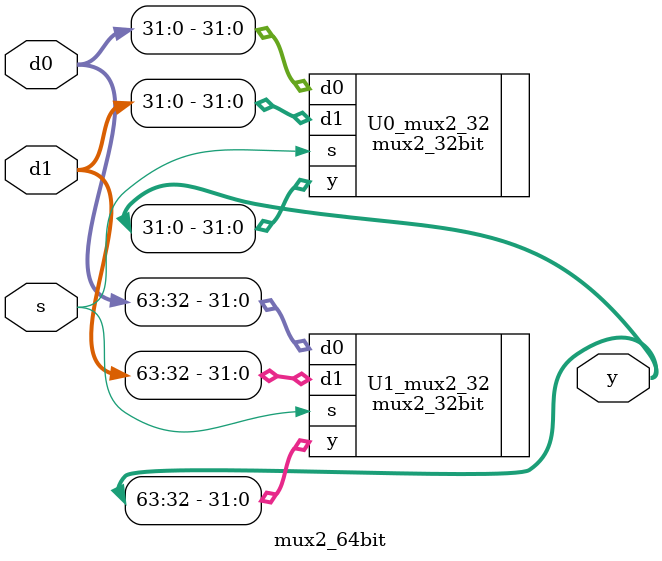
<source format=v>
module mux2_64bit(d0, d1, s, y);
	input [63:0] d0, d1;
	input s;
	output [63:0] y;
	
	// instance 2 to 1 mux
	mux2_32bit U0_mux2_32(.d0(d0[31:0]), .d1(d1[31:0]), .s(s), .y(y[31:0]));
	mux2_32bit U1_mux2_32(.d0(d0[63:32]), .d1(d1[63:32]), .s(s), .y(y[63:32]));
	
endmodule

</source>
